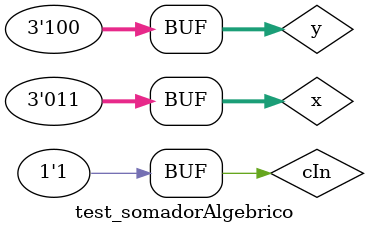
<source format=v>

module halfAdder (output saida, output carryOut, input a, input b);
	
	xor XOR1 (saida, a, b);
	and AND1 (carryOut, a, b);

endmodule // -- halfAdder

// -------------------------
// --- fullAdder
// -------------------------
module fullAdder (output saida, output carryOut, input a, input b, input carryIn);

	wire [2:0]s;
	
	halfAdder HA1 (s[0], s[1], a, b);
	halfAdder HA2 (saida, s[2], s[0], carryIn);
	
	or OR1 (carryOut, s[1], s[2]);

endmodule // -- fullAdder

// -------------------------
// --- somadorAlgebrico
// -------------------------
module somadorAlgebrico (output [2:0]saida, output carryOut, input [2:0]a, input [2:0]b, input carryIn);
	
	wire [2:0]s;
	wire [2:0]s1;
	
	xor XOR1 ( s[0], b[0], carryIn);
	xor XOR2 ( s[1], b[1], carryIn);
	xor XOR3 ( s[2], b[2], carryIn);
	
	fullAdder FA1 (saida[0], s1[0], a[0], s[0], carryIn);
	fullAdder FA2 (saida[1], s1[1], a[1], s[1], s1[0]);
	fullAdder FA3 (saida[2], s1[2], a[2], s[2], s1[1]);
	
	xor XOR1 (carryOut, carryIn, s1[2]);
	
endmodule // -- somadorAlgebrico

// -------------------------
// --- modelo de teste
// -------------------------
module test_somadorAlgebrico;
	
	reg  [2:0] x;
	reg  [2:0] y;
	reg  cIn;
	
	wire [2:0] z;
	wire cOut;
	
	somadorAlgebrico modulo (z, cOut, x, y, cIn);
	
	// --- parte principal
	initial begin
		$display("Exemplo 0031 - Ana Cristina - 427385");
		$display("Test ALU Somador Algebrico \n");
		
		$display("Soma = carryIn = 0; Subtração = carryIn = 1 \n");
		
		$display("x  y ----> carryIn = carryOut  saida \n");
		#1 x = 3'b001; y = 3'b010; cIn = 0;
		$monitor("%3b	%3b ----> %b = %b %4b", x, y, cIn, cOut, z);
		
		#1 x = 3'b001; y = 3'b001; cIn = 1;
		#1 x = 3'b101; y = 3'b100; cIn = 0;
		#1 x = 3'b010; y = 3'b110; cIn = 1;
		#1 x = 3'b111; y = 3'b110; cIn = 0;
		#1 x = 3'b110; y = 3'b011; cIn = 1;
		#1 x = 3'b001; y = 3'b010; cIn = 0;
		#1 x = 3'b011; y = 3'b100; cIn = 1;
	end
endmodule
// -- test_somadorAlgebrico
// -- previsao de testes
// --
// -- Soma = carryIn = 0; Subtração = carryIn = 1
// --
// -- x  y ----> carryIn = carryOut  saida
// --
// -- 001	010 ----> 0 = 0  011
// -- 001	001 ----> 1 = 0  000
// -- 101	100 ----> 0 = 1  001
// -- 010	110 ----> 1 = 1  100
// -- 111	110 ----> 0 = 1  101
// -- 110	011 ----> 1 = 0  011
// -- 001	010 ----> 0 = 0  011
// -- 011	100 ----> 1 = 1  111
</source>
